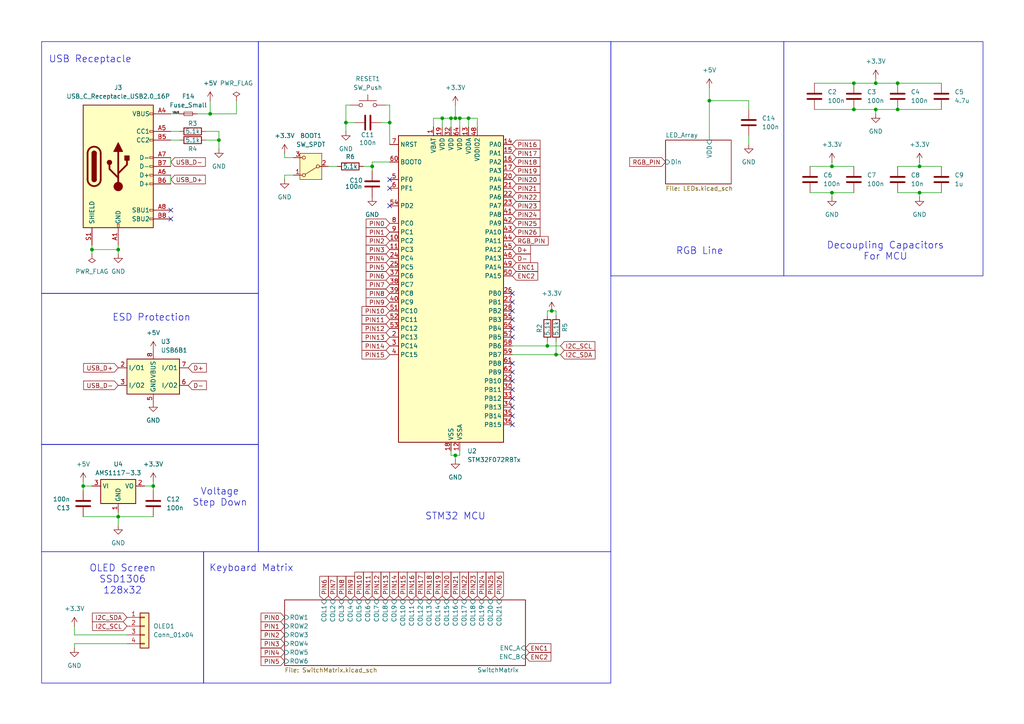
<source format=kicad_sch>
(kicad_sch (version 20231120) (generator "eeschema") (generator_version "8.0")
  (paper "A4")
  (title_block (title "Mechanical Keyboard") (date "2024-12-24") (rev "1.0") (comment 1 "Addressable RGBs, Encoder, Hotswap Sockets, USB-C") (comment 2 "Design of a mechanical keyboard with various key features:"))
  (lib_symbols
    (symbol "Connector:USB_C_Receptacle_USB2.0_16P" (pin_names (offset 1.016))
      (property "Reference" "J" (at 0 22.225 0))
      (property "Value" "USB_C_Receptacle_USB2.0_16P" (at 0 19.685 0))
      (symbol "USB_C_Receptacle_USB2.0_16P_0_0"
        (rectangle (start -0.254 -17.78) (end 0.254 -16.764))
        (rectangle (start 10.16 -14.986) (end 9.144 -15.494))
        (rectangle (start 10.16 -12.446) (end 9.144 -12.954))
        (rectangle (start 10.16 -4.826) (end 9.144 -5.334))
        (rectangle (start 10.16 -2.286) (end 9.144 -2.794))
        (rectangle (start 10.16 0.254) (end 9.144 -0.254))
        (rectangle (start 10.16 2.794) (end 9.144 2.286))
        (rectangle (start 10.16 7.874) (end 9.144 7.366))
        (rectangle (start 10.16 10.414) (end 9.144 9.906))
        (rectangle (start 10.16 15.494) (end 9.144 14.986))
      )
      (symbol "USB_C_Receptacle_USB2.0_16P_0_1"
        (rectangle (start -10.16 17.78) (end 10.16 -17.78) (stroke (width 0.254)) (fill (type background)))
        (arc (start -8.89 -3.81) (mid -6.985 -5.7067) (end -5.08 -3.81) (stroke (width 0.508)))
        (arc (start -7.62 -3.81) (mid -6.985 -4.4423) (end -6.35 -3.81) (stroke (width 0.254)))
        (arc (start -7.62 -3.81) (mid -6.985 -4.4423) (end -6.35 -3.81) (stroke (width 0.254)) (fill (type outline)))
        (rectangle (start -7.62 -3.81) (end -6.35 3.81) (stroke (width 0.254)) (fill (type outline)))
        (arc (start -6.35 3.81) (mid -6.985 4.4423) (end -7.62 3.81) (stroke (width 0.254)))
        (arc (start -6.35 3.81) (mid -6.985 4.4423) (end -7.62 3.81) (stroke (width 0.254)) (fill (type outline)))
        (arc (start -5.08 3.81) (mid -6.985 5.7067) (end -8.89 3.81) (stroke (width 0.508)))
        (circle (center -2.54 1.143) (radius 0.635) (stroke (width 0.254)) (fill (type outline)))
        (circle (center 0 -5.842) (radius 1.27) (fill (type outline)))
        (polyline (pts (xy -8.89 -3.81) (xy -8.89 3.81)) (stroke (width 0.508)))
        (polyline (pts (xy -5.08 3.81) (xy -5.08 -3.81)) (stroke (width 0.508)))
        (polyline (pts (xy 0 -5.842) (xy 0 4.318)) (stroke (width 0.508)))
        (polyline (pts (xy 0 -3.302) (xy -2.54 -0.762) (xy -2.54 0.508)) (stroke (width 0.508)))
        (polyline (pts (xy 0 -2.032) (xy 2.54 0.508) (xy 2.54 1.778)) (stroke (width 0.508)))
        (polyline (pts (xy -1.27 4.318) (xy 0 6.858) (xy 1.27 4.318) (xy -1.27 4.318)) (stroke (width 0.254)) (fill (type outline)))
        (rectangle (start 1.905 1.778) (end 3.175 3.048) (stroke (width 0.254)) (fill (type outline)))
      )
      (symbol "USB_C_Receptacle_USB2.0_16P_1_1"
        (pin passive line (at 0 -22.86 90) (length 5.08) (name "GND") (number "A1"))
        (pin passive line (at 0 -22.86 90) (length 5.08) hide (name "GND") (number "A12"))
        (pin passive line (at 15.24 15.24 180) (length 5.08) (name "VBUS") (number "A4"))
        (pin bidirectional line (at 15.24 10.16 180) (length 5.08) (name "CC1") (number "A5"))
        (pin bidirectional line (at 15.24 -2.54 180) (length 5.08) (name "D+") (number "A6"))
        (pin bidirectional line (at 15.24 2.54 180) (length 5.08) (name "D-") (number "A7"))
        (pin bidirectional line (at 15.24 -12.7 180) (length 5.08) (name "SBU1") (number "A8"))
        (pin passive line (at 15.24 15.24 180) (length 5.08) hide (name "VBUS") (number "A9"))
        (pin passive line (at 0 -22.86 90) (length 5.08) hide (name "GND") (number "B1"))
        (pin passive line (at 0 -22.86 90) (length 5.08) hide (name "GND") (number "B12"))
        (pin passive line (at 15.24 15.24 180) (length 5.08) hide (name "VBUS") (number "B4"))
        (pin bidirectional line (at 15.24 7.62 180) (length 5.08) (name "CC2") (number "B5"))
        (pin bidirectional line (at 15.24 -5.08 180) (length 5.08) (name "D+") (number "B6"))
        (pin bidirectional line (at 15.24 0 180) (length 5.08) (name "D-") (number "B7"))
        (pin bidirectional line (at 15.24 -15.24 180) (length 5.08) (name "SBU2") (number "B8"))
        (pin passive line (at 15.24 15.24 180) (length 5.08) hide (name "VBUS") (number "B9"))
        (pin passive line (at -7.62 -22.86 90) (length 5.08) (name "SHIELD") (number "S1"))
      )
    )
    (symbol "Connector_Generic:Conn_01x04" (pin_names (offset 1.016) hide)
      (property "Reference" "J" (at 0 5.08 0))
      (property "Value" "Conn_01x04" (at 0 -7.62 0))
      (symbol "Conn_01x04_1_1"
        (rectangle (start -1.27 -4.953) (end 0 -5.207) (stroke (width 0.1524)))
        (rectangle (start -1.27 -2.413) (end 0 -2.667) (stroke (width 0.1524)))
        (rectangle (start -1.27 0.127) (end 0 -0.127) (stroke (width 0.1524)))
        (rectangle (start -1.27 2.667) (end 0 2.413) (stroke (width 0.1524)))
        (rectangle (start -1.27 3.81) (end 1.27 -6.35) (stroke (width 0.254)) (fill (type background)))
        (pin passive line (at -5.08 2.54 0) (length 3.81) (name "Pin_1") (number "1"))
        (pin passive line (at -5.08 0 0) (length 3.81) (name "Pin_2") (number "2"))
        (pin passive line (at -5.08 -2.54 0) (length 3.81) (name "Pin_3") (number "3"))
        (pin passive line (at -5.08 -5.08 0) (length 3.81) (name "Pin_4") (number "4"))
      )
    )
    (symbol "Device:C" (pin_numbers hide) (pin_names (offset 0.254))
      (property "Reference" "C" (at 0.635 2.54 0))
      (property "Value" "C" (at 0.635 -2.54 0))
      (symbol "C_0_1"
        (polyline (pts (xy -2.032 -0.762) (xy 2.032 -0.762)) (stroke (width 0.508)))
        (polyline (pts (xy -2.032 0.762) (xy 2.032 0.762)) (stroke (width 0.508)))
      )
      (symbol "C_1_1"
        (pin passive line (at 0 3.81 270) (length 2.794) (name "~") (number "1"))
        (pin passive line (at 0 -3.81 90) (length 2.794) (name "~") (number "2"))
      )
    )
    (symbol "Device:Fuse_Small" (pin_numbers hide) (pin_names (offset 0.254) hide)
      (property "Reference" "F" (at 0 -1.524 0))
      (property "Value" "Fuse_Small" (at 0 1.524 0))
      (symbol "Fuse_Small_0_1"
        (rectangle (start -1.27 0.508) (end 1.27 -0.508))
        (polyline (pts (xy -1.27 0) (xy 1.27 0)))
      )
      (symbol "Fuse_Small_1_1"
        (pin passive line (at -2.54 0 0) (length 1.27) (name "~") (number "1"))
        (pin passive line (at 2.54 0 180) (length 1.27) (name "~") (number "2"))
      )
    )
    (symbol "Device:R" (pin_numbers hide) (pin_names (offset 0))
      (property "Reference" "R" (at 2.032 0 90))
      (property "Value" "R" (at 0 0 90))
      (symbol "R_0_1"
        (rectangle (start -1.016 -2.54) (end 1.016 2.54) (stroke (width 0.254)))
      )
      (symbol "R_1_1"
        (pin passive line (at 0 3.81 270) (length 1.27) (name "~") (number "1"))
        (pin passive line (at 0 -3.81 90) (length 1.27) (name "~") (number "2"))
      )
    )
    (symbol "MCU_ST_STM32F0:STM32F072RBTx"
      (property "Reference" "U" (at -15.24 46.99 0))
      (property "Value" "STM32F072RBTx" (at 10.16 46.99 0))
      (symbol "STM32F072RBTx_0_1"
        (rectangle (start -15.24 -43.18) (end 15.24 45.72) (stroke (width 0.254)) (fill (type background)))
      )
      (symbol "STM32F072RBTx_1_1"
        (pin power_in line (at -5.08 48.26 270) (length 2.54) (name "VBAT") (number "1"))
        (pin bidirectional line (at -17.78 15.24 0) (length 2.54) (name "PC2") (number "10"))
        (pin bidirectional line (at -17.78 12.7 0) (length 2.54) (name "PC3") (number "11"))
        (pin power_in line (at 2.54 -45.72 90) (length 2.54) (name "VSSA") (number "12"))
        (pin power_in line (at 5.08 48.26 270) (length 2.54) (name "VDDA") (number "13"))
        (pin bidirectional line (at 17.78 43.18 180) (length 2.54) (name "PA0") (number "14"))
        (pin bidirectional line (at 17.78 40.64 180) (length 2.54) (name "PA1") (number "15"))
        (pin bidirectional line (at 17.78 38.1 180) (length 2.54) (name "PA2") (number "16"))
        (pin bidirectional line (at 17.78 35.56 180) (length 2.54) (name "PA3") (number "17"))
        (pin power_in line (at 0 -45.72 90) (length 2.54) (name "VSS") (number "18"))
        (pin power_in line (at -2.54 48.26 270) (length 2.54) (name "VDD") (number "19"))
        (pin bidirectional line (at -17.78 -12.7 0) (length 2.54) (name "PC13") (number "2"))
        (pin bidirectional line (at 17.78 33.02 180) (length 2.54) (name "PA4") (number "20"))
        (pin bidirectional line (at 17.78 30.48 180) (length 2.54) (name "PA5") (number "21"))
        (pin bidirectional line (at 17.78 27.94 180) (length 2.54) (name "PA6") (number "22"))
        (pin bidirectional line (at 17.78 25.4 180) (length 2.54) (name "PA7") (number "23"))
        (pin bidirectional line (at -17.78 10.16 0) (length 2.54) (name "PC4") (number "24"))
        (pin bidirectional line (at -17.78 7.62 0) (length 2.54) (name "PC5") (number "25"))
        (pin bidirectional line (at 17.78 0 180) (length 2.54) (name "PB0") (number "26"))
        (pin bidirectional line (at 17.78 -2.54 180) (length 2.54) (name "PB1") (number "27"))
        (pin bidirectional line (at 17.78 -5.08 180) (length 2.54) (name "PB2") (number "28"))
        (pin bidirectional line (at 17.78 -25.4 180) (length 2.54) (name "PB10") (number "29"))
        (pin bidirectional line (at -17.78 -15.24 0) (length 2.54) (name "PC14") (number "3"))
        (pin bidirectional line (at 17.78 -27.94 180) (length 2.54) (name "PB11") (number "30"))
        (pin passive line (at 0 -45.72 90) (length 2.54) hide (name "VSS") (number "31"))
        (pin power_in line (at 0 48.26 270) (length 2.54) (name "VDD") (number "32"))
        (pin bidirectional line (at 17.78 -30.48 180) (length 2.54) (name "PB12") (number "33"))
        (pin bidirectional line (at 17.78 -33.02 180) (length 2.54) (name "PB13") (number "34"))
        (pin bidirectional line (at 17.78 -35.56 180) (length 2.54) (name "PB14") (number "35"))
        (pin bidirectional line (at 17.78 -38.1 180) (length 2.54) (name "PB15") (number "36"))
        (pin bidirectional line (at -17.78 5.08 0) (length 2.54) (name "PC6") (number "37"))
        (pin bidirectional line (at -17.78 2.54 0) (length 2.54) (name "PC7") (number "38"))
        (pin bidirectional line (at -17.78 0 0) (length 2.54) (name "PC8") (number "39"))
        (pin bidirectional line (at -17.78 -17.78 0) (length 2.54) (name "PC15") (number "4"))
        (pin bidirectional line (at -17.78 -2.54 0) (length 2.54) (name "PC9") (number "40"))
        (pin bidirectional line (at 17.78 22.86 180) (length 2.54) (name "PA8") (number "41"))
        (pin bidirectional line (at 17.78 20.32 180) (length 2.54) (name "PA9") (number "42"))
        (pin bidirectional line (at 17.78 17.78 180) (length 2.54) (name "PA10") (number "43"))
        (pin bidirectional line (at 17.78 15.24 180) (length 2.54) (name "PA11") (number "44"))
        (pin bidirectional line (at 17.78 12.7 180) (length 2.54) (name "PA12") (number "45"))
        (pin bidirectional line (at 17.78 10.16 180) (length 2.54) (name "PA13") (number "46"))
        (pin passive line (at 0 -45.72 90) (length 2.54) hide (name "VSS") (number "47"))
        (pin power_in line (at 7.62 48.26 270) (length 2.54) (name "VDDIO2") (number "48"))
        (pin bidirectional line (at 17.78 7.62 180) (length 2.54) (name "PA14") (number "49"))
        (pin bidirectional line (at -17.78 33.02 0) (length 2.54) (name "PF0") (number "5"))
        (pin bidirectional line (at 17.78 5.08 180) (length 2.54) (name "PA15") (number "50"))
        (pin bidirectional line (at -17.78 -5.08 0) (length 2.54) (name "PC10") (number "51"))
        (pin bidirectional line (at -17.78 -7.62 0) (length 2.54) (name "PC11") (number "52"))
        (pin bidirectional line (at -17.78 -10.16 0) (length 2.54) (name "PC12") (number "53"))
        (pin bidirectional line (at -17.78 25.4 0) (length 2.54) (name "PD2") (number "54"))
        (pin bidirectional line (at 17.78 -7.62 180) (length 2.54) (name "PB3") (number "55"))
        (pin bidirectional line (at 17.78 -10.16 180) (length 2.54) (name "PB4") (number "56"))
        (pin bidirectional line (at 17.78 -12.7 180) (length 2.54) (name "PB5") (number "57"))
        (pin bidirectional line (at 17.78 -15.24 180) (length 2.54) (name "PB6") (number "58"))
        (pin bidirectional line (at 17.78 -17.78 180) (length 2.54) (name "PB7") (number "59"))
        (pin bidirectional line (at -17.78 30.48 0) (length 2.54) (name "PF1") (number "6"))
        (pin input line (at -17.78 38.1 0) (length 2.54) (name "BOOT0") (number "60"))
        (pin bidirectional line (at 17.78 -20.32 180) (length 2.54) (name "PB8") (number "61"))
        (pin bidirectional line (at 17.78 -22.86 180) (length 2.54) (name "PB9") (number "62"))
        (pin passive line (at 0 -45.72 90) (length 2.54) hide (name "VSS") (number "63"))
        (pin power_in line (at 2.54 48.26 270) (length 2.54) (name "VDD") (number "64"))
        (pin input line (at -17.78 43.18 0) (length 2.54) (name "NRST") (number "7"))
        (pin bidirectional line (at -17.78 20.32 0) (length 2.54) (name "PC0") (number "8"))
        (pin bidirectional line (at -17.78 17.78 0) (length 2.54) (name "PC1") (number "9"))
      )
    )
    (symbol "Power_Protection:USB6B1"
      (property "Reference" "U" (at 6.35 6.35 0))
      (property "Value" "USB6B1" (at 5.08 -6.35 0))
      (symbol "USB6B1_0_1"
        (rectangle (start -7.62 -5.08) (end 7.62 5.08) (stroke (width 0.254)) (fill (type background)))
      )
      (symbol "USB6B1_1_1"
        (pin passive line (at 0 7.62 270) (length 2.54) hide (name "VBUS") (number "1"))
        (pin passive line (at -10.16 2.54 0) (length 2.54) (name "I/O1") (number "2"))
        (pin passive line (at -10.16 -2.54 0) (length 2.54) (name "I/O2") (number "3"))
        (pin passive line (at 0 -7.62 90) (length 2.54) hide (name "GND") (number "4"))
        (pin passive line (at 0 -7.62 90) (length 2.54) (name "GND") (number "5"))
        (pin passive line (at 10.16 -2.54 180) (length 2.54) (name "I/O2") (number "6"))
        (pin passive line (at 10.16 2.54 180) (length 2.54) (name "I/O1") (number "7"))
        (pin passive line (at 0 7.62 270) (length 2.54) (name "VBUS") (number "8"))
      )
    )
    (symbol "Regulator_Linear:AMS1117-3.3"
      (property "Reference" "U" (at -3.81 3.175 0))
      (property "Value" "AMS1117-3.3" (at 0 3.175 0))
      (symbol "AMS1117-3.3_0_1"
        (rectangle (start -5.08 -5.08) (end 5.08 1.905) (stroke (width 0.254)) (fill (type background)))
      )
      (symbol "AMS1117-3.3_1_1"
        (pin power_in line (at 0 -7.62 90) (length 2.54) (name "GND") (number "1"))
        (pin power_out line (at 7.62 0 180) (length 2.54) (name "VO") (number "2"))
        (pin power_in line (at -7.62 0 0) (length 2.54) (name "VI") (number "3"))
      )
    )
    (symbol "Switch:SW_Push" (pin_numbers hide) (pin_names (offset 1.016) hide)
      (property "Reference" "SW" (at 1.27 2.54 0))
      (property "Value" "SW_Push" (at 0 -1.524 0))
      (symbol "SW_Push_0_1"
        (circle (center -2.032 0) (radius 0.508))
        (polyline (pts (xy 0 1.27) (xy 0 3.048)))
        (polyline (pts (xy 2.54 1.27) (xy -2.54 1.27)))
        (circle (center 2.032 0) (radius 0.508))
        (pin passive line (at -5.08 0 0) (length 2.54) (name "1") (number "1"))
        (pin passive line (at 5.08 0 180) (length 2.54) (name "2") (number "2"))
      )
    )
    (symbol "Switch:SW_SPDT" (pin_names (offset 0) hide)
      (property "Reference" "SW" (at 0 5.08 0))
      (property "Value" "SW_SPDT" (at 0 -5.08 0))
      (symbol "SW_SPDT_0_1"
        (circle (center -2.032 0) (radius 0.4572))
        (polyline (pts (xy -1.651 0.254) (xy 1.651 2.286)))
        (circle (center 2.032 -2.54) (radius 0.4572))
        (circle (center 2.032 2.54) (radius 0.4572))
      )
      (symbol "SW_SPDT_1_1"
        (rectangle (start -3.175 3.81) (end 3.175 -3.81) (fill (type background)))
        (pin passive line (at 5.08 2.54 180) (length 2.54) (name "A") (number "1"))
        (pin passive line (at -5.08 0 0) (length 2.54) (name "B") (number "2"))
        (pin passive line (at 5.08 -2.54 180) (length 2.54) (name "C") (number "3"))
      )
    )
    (symbol "power:+3.3V" (power) (pin_numbers hide) (pin_names (offset 0) hide)
      (property "Value" "+3.3V" (at 0 3.556 0))
      (symbol "+3.3V_0_1"
        (polyline (pts (xy -0.762 1.27) (xy 0 2.54)))
        (polyline (pts (xy 0 0) (xy 0 2.54)))
        (polyline (pts (xy 0 2.54) (xy 0.762 1.27)))
      )
      (symbol "+3.3V_1_1"
        (pin power_in line (at 0 0 90) (length 0) (name "~") (number "1"))
      )
    )
    (symbol "power:+5V" (power) (pin_numbers hide) (pin_names (offset 0) hide)
      (property "Value" "+5V" (at 0 3.556 0))
      (symbol "+5V_0_1"
        (polyline (pts (xy -0.762 1.27) (xy 0 2.54)))
        (polyline (pts (xy 0 0) (xy 0 2.54)))
        (polyline (pts (xy 0 2.54) (xy 0.762 1.27)))
      )
      (symbol "+5V_1_1"
        (pin power_in line (at 0 0 90) (length 0) (name "~") (number "1"))
      )
    )
    (symbol "power:GND" (power) (pin_numbers hide) (pin_names (offset 0) hide)
      (property "Value" "GND" (at 0 -3.81 0))
      (symbol "GND_0_1"
        (polyline (pts (xy 0 0) (xy 0 -1.27) (xy 1.27 -1.27) (xy 0 -2.54) (xy -1.27 -1.27) (xy 0 -1.27)))
      )
      (symbol "GND_1_1"
        (pin power_in line (at 0 0 270) (length 0) (name "~") (number "1"))
      )
    )
    (symbol "power:PWR_FLAG" (power) (pin_numbers hide) (pin_names (offset 0) hide)
      (property "Value" "PWR_FLAG" (at 0 3.81 0))
      (symbol "PWR_FLAG_0_0"
        (pin power_out line (at 0 0 90) (length 0) (name "~") (number "1"))
      )
      (symbol "PWR_FLAG_0_1"
        (polyline (pts (xy 0 0) (xy 0 1.27) (xy -1.016 1.905) (xy 0 2.54) (xy 1.016 1.905) (xy 0 1.27)))
      )
    )
  )
  (junction (at 247.65 31.75))
  (junction (at 24.13 140.97))
  (junction (at 128.27 34.29))
  (junction (at 260.35 31.75))
  (junction (at 132.08 34.29))
  (junction (at 107.95 48.26))
  (junction (at 205.74 29.21))
  (junction (at 161.29 102.87))
  (junction (at 254 31.75))
  (junction (at 254 24.13))
  (junction (at 63.5 40.64))
  (junction (at 26.67 72.39))
  (junction (at 247.65 24.13))
  (junction (at 158.75 100.33))
  (junction (at 135.89 34.29))
  (junction (at 100.33 35.56))
  (junction (at 241.3 48.26))
  (junction (at 260.35 24.13))
  (junction (at 160.02 90.17))
  (junction (at 133.35 34.29))
  (junction (at 266.7 48.26))
  (junction (at 266.7 55.88))
  (junction (at 130.81 34.29))
  (junction (at 132.08 132.08))
  (junction (at 241.3 55.88))
  (junction (at 34.29 72.39))
  (junction (at 34.29 149.86))
  (junction (at 113.03 35.56))
  (junction (at 60.96 33.02))
  (junction (at 44.45 140.97))
  (no_connect (at 148.59 92.71))
  (no_connect (at 113.03 59.69))
  (no_connect (at 148.59 85.09))
  (no_connect (at 148.59 97.79))
  (no_connect (at 113.03 54.61))
  (no_connect (at 49.53 60.96))
  (no_connect (at 148.59 115.57))
  (no_connect (at 148.59 110.49))
  (no_connect (at 148.59 90.17))
  (no_connect (at 148.59 105.41))
  (no_connect (at 148.59 113.03))
  (no_connect (at 148.59 107.95))
  (no_connect (at 148.59 118.11))
  (no_connect (at 148.59 123.19))
  (no_connect (at 148.59 87.63))
  (no_connect (at 148.59 120.65))
  (no_connect (at 148.59 95.25))
  (no_connect (at 49.53 63.5))
  (no_connect (at 113.03 52.07))
  (wire (pts (xy 247.65 31.75) (xy 254 31.75)))
  (wire (pts (xy 34.29 149.86) (xy 44.45 149.86)))
  (wire (pts (xy 68.58 29.21) (xy 68.58 33.02)))
  (wire (pts (xy 113.03 30.48) (xy 111.76 30.48)))
  (wire (pts (xy 24.13 149.86) (xy 34.29 149.86)))
  (wire (pts (xy 266.7 48.26) (xy 273.05 48.26)))
  (wire (pts (xy 44.45 140.97) (xy 41.91 140.97)))
  (wire (pts (xy 125.73 36.83) (xy 125.73 34.29)))
  (wire (pts (xy 36.83 184.15) (xy 21.59 184.15)))
  (wire (pts (xy 132.08 132.08) (xy 132.08 133.35)))
  (wire (pts (xy 234.95 55.88) (xy 241.3 55.88)))
  (wire (pts (xy 148.59 102.87) (xy 161.29 102.87)))
  (wire (pts (xy 138.43 34.29) (xy 135.89 34.29)))
  (wire (pts (xy 95.25 48.26) (xy 97.79 48.26)))
  (wire (pts (xy 254 24.13) (xy 260.35 24.13)))
  (wire (pts (xy 125.73 34.29) (xy 128.27 34.29)))
  (wire (pts (xy 161.29 102.87) (xy 162.56 102.87)))
  (wire (pts (xy 34.29 72.39) (xy 34.29 73.66)))
  (wire (pts (xy 266.7 55.88) (xy 266.7 57.15)))
  (wire (pts (xy 49.53 45.72) (xy 49.53 48.26)))
  (wire (pts (xy 113.03 30.48) (xy 113.03 35.56)))
  (wire (pts (xy 205.74 29.21) (xy 205.74 40.64)))
  (wire (pts (xy 113.03 41.91) (xy 113.03 35.56)))
  (wire (pts (xy 60.96 33.02) (xy 60.96 29.21)))
  (wire (pts (xy 161.29 99.06) (xy 161.29 102.87)))
  (wire (pts (xy 100.33 35.56) (xy 102.87 35.56)))
  (wire (pts (xy 260.35 48.26) (xy 266.7 48.26)))
  (wire (pts (xy 36.83 186.69) (xy 21.59 186.69)))
  (wire (pts (xy 135.89 34.29) (xy 133.35 34.29)))
  (wire (pts (xy 24.13 140.97) (xy 24.13 142.24)))
  (wire (pts (xy 49.53 40.64) (xy 52.07 40.64)))
  (wire (pts (xy 241.3 55.88) (xy 247.65 55.88)))
  (wire (pts (xy 158.75 100.33) (xy 162.56 100.33)))
  (wire (pts (xy 34.29 149.86) (xy 34.29 148.59)))
  (wire (pts (xy 49.53 38.1) (xy 52.07 38.1)))
  (wire (pts (xy 107.95 48.26) (xy 107.95 46.99)))
  (wire (pts (xy 130.81 34.29) (xy 130.81 36.83)))
  (wire (pts (xy 138.43 36.83) (xy 138.43 34.29)))
  (wire (pts (xy 234.95 48.26) (xy 241.3 48.26)))
  (wire (pts (xy 241.3 46.99) (xy 241.3 48.26)))
  (wire (pts (xy 26.67 72.39) (xy 26.67 73.66)))
  (wire (pts (xy 44.45 142.24) (xy 44.45 140.97)))
  (wire (pts (xy 217.17 29.21) (xy 205.74 29.21)))
  (wire (pts (xy 128.27 34.29) (xy 130.81 34.29)))
  (wire (pts (xy 135.89 34.29) (xy 135.89 36.83)))
  (wire (pts (xy 217.17 39.37) (xy 217.17 41.91)))
  (wire (pts (xy 128.27 36.83) (xy 128.27 34.29)))
  (wire (pts (xy 241.3 55.88) (xy 241.3 57.15)))
  (wire (pts (xy 132.08 132.08) (xy 130.81 132.08)))
  (wire (pts (xy 254 31.75) (xy 260.35 31.75)))
  (wire (pts (xy 44.45 139.7) (xy 44.45 140.97)))
  (wire (pts (xy 82.55 50.8) (xy 82.55 52.07)))
  (wire (pts (xy 254 22.86) (xy 254 24.13)))
  (wire (pts (xy 266.7 55.88) (xy 273.05 55.88)))
  (wire (pts (xy 24.13 140.97) (xy 26.67 140.97)))
  (wire (pts (xy 21.59 181.61) (xy 21.59 184.15)))
  (wire (pts (xy 82.55 45.72) (xy 82.55 44.45)))
  (wire (pts (xy 82.55 45.72) (xy 85.09 45.72)))
  (wire (pts (xy 161.29 90.17) (xy 161.29 91.44)))
  (wire (pts (xy 260.35 55.88) (xy 266.7 55.88)))
  (wire (pts (xy 132.08 30.48) (xy 132.08 34.29)))
  (wire (pts (xy 260.35 24.13) (xy 273.05 24.13)))
  (wire (pts (xy 217.17 31.75) (xy 217.17 29.21)))
  (wire (pts (xy 68.58 33.02) (xy 60.96 33.02)))
  (wire (pts (xy 100.33 30.48) (xy 101.6 30.48)))
  (wire (pts (xy 236.22 24.13) (xy 247.65 24.13)))
  (wire (pts (xy 49.53 50.8) (xy 49.53 53.34)))
  (wire (pts (xy 113.03 35.56) (xy 110.49 35.56)))
  (wire (pts (xy 133.35 130.81) (xy 133.35 132.08)))
  (wire (pts (xy 59.69 38.1) (xy 63.5 38.1)))
  (wire (pts (xy 247.65 24.13) (xy 254 24.13)))
  (wire (pts (xy 236.22 31.75) (xy 247.65 31.75)))
  (wire (pts (xy 130.81 34.29) (xy 132.08 34.29)))
  (wire (pts (xy 26.67 72.39) (xy 34.29 72.39)))
  (wire (pts (xy 241.3 48.26) (xy 247.65 48.26)))
  (wire (pts (xy 26.67 72.39) (xy 26.67 71.12)))
  (wire (pts (xy 254 31.75) (xy 254 33.02)))
  (wire (pts (xy 100.33 38.1) (xy 100.33 35.56)))
  (wire (pts (xy 205.74 25.4) (xy 205.74 29.21)))
  (wire (pts (xy 266.7 46.99) (xy 266.7 48.26)))
  (wire (pts (xy 21.59 186.69) (xy 21.59 187.96)))
  (wire (pts (xy 24.13 139.7) (xy 24.13 140.97)))
  (wire (pts (xy 63.5 40.64) (xy 63.5 43.18)))
  (wire (pts (xy 100.33 35.56) (xy 100.33 30.48)))
  (wire (pts (xy 130.81 130.81) (xy 130.81 132.08)))
  (wire (pts (xy 133.35 132.08) (xy 132.08 132.08)))
  (wire (pts (xy 160.02 90.17) (xy 161.29 90.17)))
  (wire (pts (xy 132.08 34.29) (xy 133.35 34.29)))
  (wire (pts (xy 158.75 90.17) (xy 160.02 90.17)))
  (wire (pts (xy 148.59 100.33) (xy 158.75 100.33)))
  (wire (pts (xy 158.75 99.06) (xy 158.75 100.33)))
  (wire (pts (xy 260.35 31.75) (xy 273.05 31.75)))
  (wire (pts (xy 59.69 40.64) (xy 63.5 40.64)))
  (wire (pts (xy 85.09 50.8) (xy 82.55 50.8)))
  (wire (pts (xy 105.41 48.26) (xy 107.95 48.26)))
  (wire (pts (xy 34.29 152.4) (xy 34.29 149.86)))
  (wire (pts (xy 57.15 33.02) (xy 60.96 33.02)))
  (wire (pts (xy 158.75 90.17) (xy 158.75 91.44)))
  (wire (pts (xy 107.95 46.99) (xy 113.03 46.99)))
  (wire (pts (xy 49.53 33.02) (xy 52.07 33.02)))
  (wire (pts (xy 34.29 71.12) (xy 34.29 72.39)))
  (wire (pts (xy 63.5 38.1) (xy 63.5 40.64)))
  (wire (pts (xy 107.95 49.53) (xy 107.95 48.26)))
  (wire (pts (xy 133.35 34.29) (xy 133.35 36.83)))
  (rectangle (start 74.93 12.065) (end 177.165 160.02))
  (rectangle (start 12.065 128.905) (end 74.93 160.02))
  (rectangle (start 12.065 160.02) (end 59.055 198.12))
  (rectangle (start 12.065 12.065) (end 74.93 85.09))
  (rectangle (start 12.065 85.09) (end 74.93 128.905))
  (rectangle (start 59.055 160.02) (end 177.165 198.12))
  (rectangle (start 227.33 12.065) (end 285.115 80.01))
  (rectangle (start 177.165 12.065) (end 227.33 80.01))
  (text "OLED Screen\nSSD1306\n128x32" (at 35.56 168.148 0) (effects (font (size 2 2))))
  (text "Keyboard Matrix" (at 72.898 164.846 0) (effects (font (size 2 2))))
  (text "ESD Protection" (at 43.942 92.202 0) (effects (font (size 2 2))))
  (text "Voltage\nStep Down" (at 63.754 144.272 0) (effects (font (size 2 2))))
  (text "USB Receptacle" (at 26.162 17.272 0) (effects (font (size 2 2))))
  (text "RGB Line" (at 202.946 72.898 0) (effects (font (size 2 2))))
  (text "STM32 MCU" (at 132.08 149.86 0) (effects (font (size 2 2))))
  (text "Decoupling Capacitors\nFor MCU" (at 256.794 72.898 0) (effects (font (size 2 2))))
  (label "VBUS" (at 52.07 33.02 180) (effects (font (size 0.5 0.5))))
  (global_label "PIN11" (shape input) (at 113.03 92.71 180) (property "Intersheetrefs" "${INTERSHEET_REFS}" (effects (hide yes))))
  (global_label "PIN8" (shape input) (at 99.06 173.99 90) (property "Intersheetrefs" "${INTERSHEET_REFS}" (effects (hide yes))))
  (global_label "PIN16" (shape input) (at 119.38 173.99 90) (property "Intersheetrefs" "${INTERSHEET_REFS}" (effects (hide yes))))
  (global_label "PIN3" (shape input) (at 82.55 186.69 180) (property "Intersheetrefs" "${INTERSHEET_REFS}" (effects (hide yes))))
  (global_label "PIN4" (shape input) (at 82.55 189.23 180) (property "Intersheetrefs" "${INTERSHEET_REFS}" (effects (hide yes))))
  (global_label "PIN12" (shape input) (at 113.03 95.25 180) (property "Intersheetrefs" "${INTERSHEET_REFS}" (effects (hide yes))))
  (global_label "ENC1" (shape input) (at 152.4 187.96 0) (property "Intersheetrefs" "${INTERSHEET_REFS}" (effects (hide yes))))
  (global_label "PIN19" (shape input) (at 127 173.99 90) (property "Intersheetrefs" "${INTERSHEET_REFS}" (effects (hide yes))))
  (global_label "PIN18" (shape input) (at 124.46 173.99 90) (property "Intersheetrefs" "${INTERSHEET_REFS}" (effects (hide yes))))
  (global_label "PIN17" (shape input) (at 121.92 173.99 90) (property "Intersheetrefs" "${INTERSHEET_REFS}" (effects (hide yes))))
  (global_label "PIN21" (shape input) (at 132.08 173.99 90) (property "Intersheetrefs" "${INTERSHEET_REFS}" (effects (hide yes))))
  (global_label "PIN18" (shape input) (at 148.59 46.99 0) (property "Intersheetrefs" "${INTERSHEET_REFS}" (effects (hide yes))))
  (global_label "RGB_PIN" (shape input) (at 148.59 69.85 0) (property "Intersheetrefs" "${INTERSHEET_REFS}" (effects (hide yes))))
  (global_label "PIN5" (shape input) (at 82.55 191.77 180) (property "Intersheetrefs" "${INTERSHEET_REFS}" (effects (hide yes))))
  (global_label "PIN2" (shape input) (at 113.03 69.85 180) (property "Intersheetrefs" "${INTERSHEET_REFS}" (effects (hide yes))))
  (global_label "PIN8" (shape input) (at 113.03 85.09 180) (property "Intersheetrefs" "${INTERSHEET_REFS}" (effects (hide yes))))
  (global_label "PIN15" (shape input) (at 116.84 173.99 90) (property "Intersheetrefs" "${INTERSHEET_REFS}" (effects (hide yes))))
  (global_label "I2C_SCL" (shape input) (at 162.56 100.33 0) (property "Intersheetrefs" "${INTERSHEET_REFS}" (effects (hide yes))))
  (global_label "PIN24" (shape input) (at 139.7 173.99 90) (property "Intersheetrefs" "${INTERSHEET_REFS}" (effects (hide yes))))
  (global_label "PIN0" (shape input) (at 113.03 64.77 180) (property "Intersheetrefs" "${INTERSHEET_REFS}" (effects (hide yes))))
  (global_label "PIN23" (shape input) (at 148.59 59.69 0) (property "Intersheetrefs" "${INTERSHEET_REFS}" (effects (hide yes))))
  (global_label "PIN12" (shape input) (at 109.22 173.99 90) (property "Intersheetrefs" "${INTERSHEET_REFS}" (effects (hide yes))))
  (global_label "ENC1" (shape input) (at 148.59 77.47 0) (property "Intersheetrefs" "${INTERSHEET_REFS}" (effects (hide yes))))
  (global_label "PIN9" (shape input) (at 113.03 87.63 180) (property "Intersheetrefs" "${INTERSHEET_REFS}" (effects (hide yes))))
  (global_label "PIN1" (shape input) (at 113.03 67.31 180) (property "Intersheetrefs" "${INTERSHEET_REFS}" (effects (hide yes))))
  (global_label "PIN9" (shape input) (at 101.6 173.99 90) (property "Intersheetrefs" "${INTERSHEET_REFS}" (effects (hide yes))))
  (global_label "ENC2" (shape input) (at 152.4 190.5 0) (property "Intersheetrefs" "${INTERSHEET_REFS}" (effects (hide yes))))
  (global_label "PIN17" (shape input) (at 148.59 44.45 0) (property "Intersheetrefs" "${INTERSHEET_REFS}" (effects (hide yes))))
  (global_label "PIN10" (shape input) (at 104.14 173.99 90) (property "Intersheetrefs" "${INTERSHEET_REFS}" (effects (hide yes))))
  (global_label "PIN25" (shape input) (at 142.24 173.99 90) (property "Intersheetrefs" "${INTERSHEET_REFS}" (effects (hide yes))))
  (global_label "PIN15" (shape input) (at 113.03 102.87 180) (property "Intersheetrefs" "${INTERSHEET_REFS}" (effects (hide yes))))
  (global_label "PIN5" (shape input) (at 113.03 77.47 180) (property "Intersheetrefs" "${INTERSHEET_REFS}" (effects (hide yes))))
  (global_label "I2C_SCL" (shape input) (at 36.83 181.61 180) (property "Intersheetrefs" "${INTERSHEET_REFS}" (effects (hide yes))))
  (global_label "PIN14" (shape input) (at 113.03 100.33 180) (property "Intersheetrefs" "${INTERSHEET_REFS}" (effects (hide yes))))
  (global_label "PIN22" (shape input) (at 134.62 173.99 90) (property "Intersheetrefs" "${INTERSHEET_REFS}" (effects (hide yes))))
  (global_label "D+" (shape input) (at 54.61 106.68 0) (property "Intersheetrefs" "${INTERSHEET_REFS}" (effects (hide yes))))
  (global_label "PIN0" (shape input) (at 82.55 179.07 180) (property "Intersheetrefs" "${INTERSHEET_REFS}" (effects (hide yes))))
  (global_label "D-" (shape input) (at 54.61 111.76 0) (property "Intersheetrefs" "${INTERSHEET_REFS}" (effects (hide yes))))
  (global_label "USB_D-" (shape input) (at 49.53 46.99 0) (property "Intersheetrefs" "${INTERSHEET_REFS}" (effects (hide yes))))
  (global_label "D-" (shape input) (at 148.59 74.93 0) (property "Intersheetrefs" "${INTERSHEET_REFS}" (effects (hide yes))))
  (global_label "PIN22" (shape input) (at 148.59 57.15 0) (property "Intersheetrefs" "${INTERSHEET_REFS}" (effects (hide yes))))
  (global_label "PIN6" (shape input) (at 93.98 173.99 90) (property "Intersheetrefs" "${INTERSHEET_REFS}" (effects (hide yes))))
  (global_label "PIN13" (shape input) (at 111.76 173.99 90) (property "Intersheetrefs" "${INTERSHEET_REFS}" (effects (hide yes))))
  (global_label "USB_D+" (shape input) (at 49.53 52.07 0) (property "Intersheetrefs" "${INTERSHEET_REFS}" (effects (hide yes))))
  (global_label "PIN7" (shape input) (at 113.03 82.55 180) (property "Intersheetrefs" "${INTERSHEET_REFS}" (effects (hide yes))))
  (global_label "I2C_SDA" (shape input) (at 36.83 179.07 180) (property "Intersheetrefs" "${INTERSHEET_REFS}" (effects (hide yes))))
  (global_label "PIN16" (shape input) (at 148.59 41.91 0) (property "Intersheetrefs" "${INTERSHEET_REFS}" (effects (hide yes))))
  (global_label "PIN24" (shape input) (at 148.59 62.23 0) (property "Intersheetrefs" "${INTERSHEET_REFS}" (effects (hide yes))))
  (global_label "PIN26" (shape input) (at 148.59 67.31 0) (property "Intersheetrefs" "${INTERSHEET_REFS}" (effects (hide yes))))
  (global_label "PIN7" (shape input) (at 96.52 173.99 90) (property "Intersheetrefs" "${INTERSHEET_REFS}" (effects (hide yes))))
  (global_label "PIN21" (shape input) (at 148.59 54.61 0) (property "Intersheetrefs" "${INTERSHEET_REFS}" (effects (hide yes))))
  (global_label "PIN14" (shape input) (at 114.3 173.99 90) (property "Intersheetrefs" "${INTERSHEET_REFS}" (effects (hide yes))))
  (global_label "PIN10" (shape input) (at 113.03 90.17 180) (property "Intersheetrefs" "${INTERSHEET_REFS}" (effects (hide yes))))
  (global_label "PIN6" (shape input) (at 113.03 80.01 180) (property "Intersheetrefs" "${INTERSHEET_REFS}" (effects (hide yes))))
  (global_label "D+" (shape input) (at 148.59 72.39 0) (property "Intersheetrefs" "${INTERSHEET_REFS}" (effects (hide yes))))
  (global_label "PIN1" (shape input) (at 82.55 181.61 180) (property "Intersheetrefs" "${INTERSHEET_REFS}" (effects (hide yes))))
  (global_label "PIN19" (shape input) (at 148.59 49.53 0) (property "Intersheetrefs" "${INTERSHEET_REFS}" (effects (hide yes))))
  (global_label "USB_D+" (shape input) (at 34.29 106.68 180) (property "Intersheetrefs" "${INTERSHEET_REFS}" (effects (hide yes))))
  (global_label "PIN25" (shape input) (at 148.59 64.77 0) (property "Intersheetrefs" "${INTERSHEET_REFS}" (effects (hide yes))))
  (global_label "PIN2" (shape input) (at 82.55 184.15 180) (property "Intersheetrefs" "${INTERSHEET_REFS}" (effects (hide yes))))
  (global_label "PIN20" (shape input) (at 129.54 173.99 90) (property "Intersheetrefs" "${INTERSHEET_REFS}" (effects (hide yes))))
  (global_label "PIN3" (shape input) (at 113.03 72.39 180) (property "Intersheetrefs" "${INTERSHEET_REFS}" (effects (hide yes))))
  (global_label "PIN11" (shape input) (at 106.68 173.99 90) (property "Intersheetrefs" "${INTERSHEET_REFS}" (effects (hide yes))))
  (global_label "PIN26" (shape input) (at 144.78 173.99 90) (property "Intersheetrefs" "${INTERSHEET_REFS}" (effects (hide yes))))
  (global_label "PIN20" (shape input) (at 148.59 52.07 0) (property "Intersheetrefs" "${INTERSHEET_REFS}" (effects (hide yes))))
  (global_label "PIN23" (shape input) (at 137.16 173.99 90) (property "Intersheetrefs" "${INTERSHEET_REFS}" (effects (hide yes))))
  (global_label "PIN13" (shape input) (at 113.03 97.79 180) (property "Intersheetrefs" "${INTERSHEET_REFS}" (effects (hide yes))))
  (global_label "ENC2" (shape input) (at 148.59 80.01 0) (property "Intersheetrefs" "${INTERSHEET_REFS}" (effects (hide yes))))
  (global_label "PIN4" (shape input) (at 113.03 74.93 180) (property "Intersheetrefs" "${INTERSHEET_REFS}" (effects (hide yes))))
  (global_label "I2C_SDA" (shape input) (at 162.56 102.87 0) (property "Intersheetrefs" "${INTERSHEET_REFS}" (effects (hide yes))))
  (global_label "USB_D-" (shape input) (at 34.29 111.76 180) (property "Intersheetrefs" "${INTERSHEET_REFS}" (effects (hide yes))))
  (global_label "RGB_PIN" (shape input) (at 193.04 46.99 180) (property "Intersheetrefs" "${INTERSHEET_REFS}" (effects (hide yes))))
  (symbol (lib_id "power:GND") (at 82.55 52.07 0) (unit 1)
    (property "Reference" "#PWR022" (effects (hide yes)))
    (property "Value" "GND" (at 82.55 57.15 0))
    (property "Description" "Power symbol creates a global label with name \"GND\" , ground" (effects (hide yes)))
  )
  (symbol (lib_id "Device:C") (at 236.22 27.94 0) (unit 1)
    (property "Reference" "C2" (at 240.03 26.6699 0) (effects (justify left)))
    (property "Value" "100n" (at 240.03 29.2099 0) (effects (justify left)))
    (property "Description" "Unpolarized capacitor" (effects (hide yes)))
  )
  (symbol (lib_id "Device:R") (at 101.6 48.26 270) (unit 1)
    (property "Reference" "R6" (at 101.6 45.466 90))
    (property "Value" "5.1k" (at 101.6 48.26 90))
    (property "Description" "Resistor" (effects (hide yes)))
  )
  (symbol (lib_id "Device:C") (at 260.35 27.94 0) (unit 1)
    (property "Reference" "C4" (at 264.16 26.6699 0) (effects (justify left)))
    (property "Value" "100n" (at 264.16 29.2099 0) (effects (justify left)))
    (property "Description" "Unpolarized capacitor" (effects (hide yes)))
  )
  (symbol (lib_id "power:GND") (at 217.17 41.91 0) (unit 1)
    (property "Reference" "#PWR0129" (effects (hide yes)))
    (property "Value" "GND" (at 217.17 46.99 0))
    (property "Description" "Power symbol creates a global label with name \"GND\" , ground" (effects (hide yes)))
  )
  (symbol (lib_id "Connector_Generic:Conn_01x04") (at 41.91 181.61 0) (unit 1)
    (property "Reference" "OLED1" (at 44.45 181.6099 0) (effects (justify left)))
    (property "Value" "Conn_01x04" (at 44.45 184.1499 0) (effects (justify left)))
    (property "Description" "Generic connector, single row, 01x04, script generated (kicad-library-utils/schlib/autogen/connector/)" (effects (hide yes)))
  )
  (symbol (lib_id "Device:C") (at 273.05 27.94 0) (unit 1)
    (property "Reference" "C5" (at 276.86 26.6699 0) (effects (justify left)))
    (property "Value" "4.7u" (at 276.86 29.2099 0) (effects (justify left)))
    (property "Description" "Unpolarized capacitor" (effects (hide yes)))
  )
  (symbol (lib_id "Device:R") (at 161.29 95.25 180) (unit 1)
    (property "Reference" "R5" (at 163.83 94.996 90))
    (property "Value" "5.1k" (at 161.29 95.25 90))
    (property "Description" "Resistor" (effects (hide yes)))
  )
  (symbol (lib_id "power:GND") (at 266.7 57.15 0) (unit 1)
    (property "Reference" "#PWR019" (effects (hide yes)))
    (property "Value" "GND" (at 266.7 62.23 0))
    (property "Description" "Power symbol creates a global label with name \"GND\" , ground" (effects (hide yes)))
  )
  (symbol (lib_id "Device:Fuse_Small") (at 54.61 33.02 0) (unit 1)
    (property "Reference" "F14" (at 54.61 27.94 0))
    (property "Value" "Fuse_Small" (at 54.61 30.48 0))
    (property "Description" "Fuse, small symbol" (effects (hide yes)))
  )
  (symbol (lib_id "Device:C") (at 260.35 52.07 0) (unit 1)
    (property "Reference" "C8" (at 264.16 50.7999 0) (effects (justify left)))
    (property "Value" "10n" (at 264.16 53.3399 0) (effects (justify left)))
    (property "Description" "Unpolarized capacitor" (effects (hide yes)))
  )
  (symbol (lib_id "power:GND") (at 254 33.02 0) (unit 1)
    (property "Reference" "#PWR015" (effects (hide yes)))
    (property "Value" "GND" (at 254 38.1 0))
    (property "Description" "Power symbol creates a global label with name \"GND\" , ground" (effects (hide yes)))
  )
  (symbol (lib_id "power:GND") (at 107.95 57.15 0) (unit 1)
    (property "Reference" "#PWR023" (effects (hide yes)))
    (property "Value" "GND" (at 107.95 62.23 0))
    (property "Description" "Power symbol creates a global label with name \"GND\" , ground" (effects (hide yes)))
  )
  (symbol (lib_id "Device:C") (at 24.13 146.05 180) (unit 1)
    (property "Reference" "C13" (at 20.32 147.3201 0) (effects (justify left)))
    (property "Value" "100n" (at 20.32 144.7801 0) (effects (justify left)))
    (property "Description" "Unpolarized capacitor" (effects (hide yes)))
  )
  (symbol (lib_id "power:+3.3V") (at 21.59 181.61 0) (unit 1)
    (property "Reference" "#PWR010" (effects (hide yes)))
    (property "Value" "+3.3V" (at 21.59 176.53 0))
    (property "Description" "Power symbol creates a global label with name \"+3.3V\"" (effects (hide yes)))
  )
  (symbol (lib_id "Device:R") (at 55.88 38.1 90) (unit 1)
    (property "Reference" "R3" (at 55.88 35.814 90))
    (property "Value" "5.1k" (at 55.88 38.1 90))
    (property "Description" "Resistor" (effects (hide yes)))
  )
  (symbol (lib_id "Device:C") (at 106.68 35.56 270) (unit 1)
    (property "Reference" "C11" (at 104.648 39.116 90) (effects (justify left)))
    (property "Value" "100n" (at 104.14 41.402 90) (effects (justify left)))
    (property "Description" "Unpolarized capacitor" (effects (hide yes)))
  )
  (symbol (lib_id "power:+5V") (at 44.45 101.6 0) (unit 1)
    (property "Reference" "#PWR05" (effects (hide yes)))
    (property "Value" "+5V" (at 44.45 96.52 0))
    (property "Description" "Power symbol creates a global label with name \"+5V\"" (effects (hide yes)))
  )
  (symbol (lib_id "Switch:SW_Push") (at 106.68 30.48 0) (unit 1)
    (property "Reference" "RESET1" (at 106.68 22.86 0))
    (property "Value" "SW_Push" (at 106.68 25.4 0))
    (property "Description" "Push button switch, generic, two pins" (effects (hide yes)))
  )
  (symbol (lib_id "MCU_ST_STM32F0:STM32F072RBTx") (at 130.81 85.09 0) (unit 1)
    (property "Reference" "U2" (at 135.5441 130.81 0) (effects (justify left)))
    (property "Value" "STM32F072RBTx" (at 135.5441 133.35 0) (effects (justify left)))
    (property "Footprint" "Package_QFP:LQFP-64_10x10mm_P0.5mm" (effects (hide yes)))
    (property "Datasheet" "https://www.st.com/resource/en/datasheet/stm32f072rb.pdf" (effects (hide yes)))
    (property "Description" "STMicroelectronics Arm Cortex-M0 MCU, 128KB flash, 16KB RAM, 48 MHz, 2.0-3.6V, 51 GPIO, LQFP64" (effects (hide yes)))
  )
  (symbol (lib_id "power:+5V") (at 60.96 29.21 0) (unit 1)
    (property "Reference" "#PWR02" (effects (hide yes)))
    (property "Value" "+5V" (at 60.96 24.13 0))
    (property "Description" "Power symbol creates a global label with name \"+5V\"" (effects (hide yes)))
  )
  (symbol (lib_id "Device:R") (at 158.75 95.25 180) (unit 1)
    (property "Reference" "R2" (at 156.464 95.25 90))
    (property "Value" "5.1k" (at 158.75 95.25 90))
    (property "Description" "Resistor" (effects (hide yes)))
  )
  (symbol (lib_id "power:GND") (at 241.3 57.15 0) (unit 1)
    (property "Reference" "#PWR017" (effects (hide yes)))
    (property "Value" "GND" (at 241.3 62.23 0))
    (property "Description" "Power symbol creates a global label with name \"GND\" , ground" (effects (hide yes)))
  )
  (symbol (lib_id "power:PWR_FLAG") (at 26.67 73.66 180) (unit 1)
    (property "Reference" "#FLG02" (effects (hide yes)))
    (property "Value" "PWR_FLAG" (at 26.67 78.74 0))
    (property "Description" "Special symbol for telling ERC where power comes from" (effects (hide yes)))
  )
  (symbol (lib_id "power:GND") (at 44.45 116.84 0) (unit 1)
    (property "Reference" "#PWR06" (effects (hide yes)))
    (property "Value" "GND" (at 44.45 121.92 0))
    (property "Description" "Power symbol creates a global label with name \"GND\" , ground" (effects (hide yes)))
  )
  (symbol (lib_id "Device:C") (at 273.05 52.07 0) (unit 1)
    (property "Reference" "C9" (at 276.86 50.7999 0) (effects (justify left)))
    (property "Value" "1u" (at 276.86 53.3399 0) (effects (justify left)))
    (property "Description" "Unpolarized capacitor" (effects (hide yes)))
  )
  (symbol (lib_id "power:+3.3V") (at 160.02 90.17 0) (unit 1)
    (property "Reference" "#PWR021" (effects (hide yes)))
    (property "Value" "+3.3V" (at 160.02 85.09 0))
    (property "Description" "Power symbol creates a global label with name \"+3.3V\"" (effects (hide yes)))
  )
  (symbol (lib_id "Device:R") (at 55.88 40.64 90) (unit 1)
    (property "Reference" "R4" (at 55.88 43.18 90))
    (property "Value" "5.1k" (at 55.88 40.64 90))
    (property "Description" "Resistor" (effects (hide yes)))
  )
  (symbol (lib_id "power:+3.3V") (at 266.7 46.99 0) (unit 1)
    (property "Reference" "#PWR018" (effects (hide yes)))
    (property "Value" "+3.3V" (at 266.7 41.91 0))
    (property "Description" "Power symbol creates a global label with name \"+3.3V\"" (effects (hide yes)))
  )
  (symbol (lib_id "power:GND") (at 100.33 38.1 0) (unit 1)
    (property "Reference" "#PWR024" (effects (hide yes)))
    (property "Value" "GND" (at 100.33 43.18 0))
    (property "Description" "Power symbol creates a global label with name \"GND\" , ground" (effects (hide yes)))
  )
  (symbol (lib_id "power:GND") (at 63.5 43.18 0) (unit 1)
    (property "Reference" "#PWR04" (effects (hide yes)))
    (property "Value" "GND" (at 63.5 48.26 0))
    (property "Description" "Power symbol creates a global label with name \"GND\" , ground" (effects (hide yes)))
  )
  (symbol (lib_id "Device:C") (at 217.17 35.56 0) (unit 1)
    (property "Reference" "C14" (at 220.98 34.2899 0) (effects (justify left)))
    (property "Value" "100n" (at 220.98 36.8299 0) (effects (justify left)))
    (property "Description" "Unpolarized capacitor" (effects (hide yes)))
  )
  (symbol (lib_id "Device:C") (at 247.65 52.07 0) (unit 1)
    (property "Reference" "C7" (at 251.46 50.7999 0) (effects (justify left)))
    (property "Value" "100n" (at 251.46 53.3399 0) (effects (justify left)))
    (property "Description" "Unpolarized capacitor" (effects (hide yes)))
  )
  (symbol (lib_id "Device:C") (at 234.95 52.07 0) (unit 1)
    (property "Reference" "C6" (at 238.76 50.7999 0) (effects (justify left)))
    (property "Value" "100n" (at 238.76 53.3399 0) (effects (justify left)))
    (property "Description" "Unpolarized capacitor" (effects (hide yes)))
  )
  (symbol (lib_id "power:+3.3V") (at 241.3 46.99 0) (unit 1)
    (property "Reference" "#PWR016" (effects (hide yes)))
    (property "Value" "+3.3V" (at 241.3 41.91 0))
    (property "Description" "Power symbol creates a global label with name \"+3.3V\"" (effects (hide yes)))
  )
  (symbol (lib_id "Power_Protection:USB6B1") (at 44.45 109.22 0) (unit 1)
    (property "Reference" "U3" (at 46.6441 99.06 0) (effects (justify left)))
    (property "Value" "USB6B1" (at 46.6441 101.6 0) (effects (justify left)))
    (property "Footprint" "Package_SO:SOIC-8_3.9x4.9mm_P1.27mm" (effects (hide yes)))
    (property "Datasheet" "http://www.st.com/content/ccc/resource/technical/document/datasheet/3e/ec/b2/54/b2/76/47/90/CD00001361.pdf/files/CD00001361.pdf/jcr:content/translations/en.CD00001361.pdf" (effects (hide yes)))
    (property "Description" "5V Data line protection" (effects (hide yes)))
  )
  (symbol (lib_id "Switch:SW_SPDT") (at 90.17 48.26 180) (unit 1)
    (property "Reference" "BOOT1" (at 90.17 39.37 0))
    (property "Value" "SW_SPDT" (at 90.17 41.91 0))
    (property "Description" "Switch, single pole double throw" (effects (hide yes)))
  )
  (symbol (lib_id "power:+3.3V") (at 82.55 44.45 0) (unit 1)
    (property "Reference" "#PWR020" (effects (hide yes)))
    (property "Value" "+3.3V" (at 82.55 39.37 0))
    (property "Description" "Power symbol creates a global label with name \"+3.3V\"" (effects (hide yes)))
  )
  (symbol (lib_id "power:GND") (at 34.29 73.66 0) (unit 1)
    (property "Reference" "#PWR03" (effects (hide yes)))
    (property "Value" "GND" (at 34.29 78.74 0))
    (property "Description" "Power symbol creates a global label with name \"GND\" , ground" (effects (hide yes)))
  )
  (symbol (lib_id "power:GND") (at 34.29 152.4 0) (unit 1)
    (property "Reference" "#PWR09" (effects (hide yes)))
    (property "Value" "GND" (at 34.29 157.48 0))
    (property "Description" "Power symbol creates a global label with name \"GND\" , ground" (effects (hide yes)))
  )
  (symbol (lib_id "power:+5V") (at 205.74 25.4 0) (unit 1)
    (property "Reference" "#PWR0128" (effects (hide yes)))
    (property "Value" "+5V" (at 205.74 20.32 0))
    (property "Description" "Power symbol creates a global label with name \"+5V\"" (effects (hide yes)))
  )
  (symbol (lib_id "power:GND") (at 21.59 187.96 0) (unit 1)
    (property "Reference" "#PWR01" (effects (hide yes)))
    (property "Value" "GND" (at 21.59 193.04 0))
    (property "Description" "Power symbol creates a global label with name \"GND\" , ground" (effects (hide yes)))
  )
  (symbol (lib_id "Regulator_Linear:AMS1117-3.3") (at 34.29 140.97 0) (unit 1)
    (property "Reference" "U4" (at 34.29 134.62 0))
    (property "Value" "AMS1117-3.3" (at 34.29 137.16 0))
    (property "Footprint" "Package_TO_SOT_SMD:SOT-223-3_TabPin2" (effects (hide yes)))
    (property "Datasheet" "http://www.advanced-monolithic.com/pdf/ds1117.pdf" (effects (hide yes)))
    (property "Description" "1A Low Dropout regulator, positive, 3.3V fixed output, SOT-223" (effects (hide yes)))
  )
  (symbol (lib_id "power:+3.3V") (at 132.08 30.48 0) (unit 1)
    (property "Reference" "#PWR012" (effects (hide yes)))
    (property "Value" "+3.3V" (at 132.08 25.4 0))
    (property "Description" "Power symbol creates a global label with name \"+3.3V\"" (effects (hide yes)))
  )
  (symbol (lib_id "Connector:USB_C_Receptacle_USB2.0_16P") (at 34.29 48.26 0) (unit 1)
    (property "Reference" "J3" (at 34.29 25.4 0))
    (property "Value" "USB_C_Receptacle_USB2.0_16P" (at 34.29 27.94 0))
    (property "Datasheet" "https://www.usb.org/sites/default/files/documents/usb_type-c.zip" (effects (hide yes)))
    (property "Description" "USB 2.0-only 16P Type-C Receptacle connector" (effects (hide yes)))
  )
  (symbol (lib_id "power:+3.3V") (at 254 22.86 0) (unit 1)
    (property "Reference" "#PWR014" (effects (hide yes)))
    (property "Value" "+3.3V" (at 254 17.78 0))
    (property "Description" "Power symbol creates a global label with name \"+3.3V\"" (effects (hide yes)))
  )
  (symbol (lib_id "power:+5V") (at 24.13 139.7 0) (unit 1)
    (property "Reference" "#PWR07" (effects (hide yes)))
    (property "Value" "+5V" (at 24.13 134.62 0))
    (property "Description" "Power symbol creates a global label with name \"+5V\"" (effects (hide yes)))
  )
  (symbol (lib_id "power:PWR_FLAG") (at 68.58 29.21 0) (unit 1)
    (property "Reference" "#FLG01" (effects (hide yes)))
    (property "Value" "PWR_FLAG" (at 68.58 24.13 0))
    (property "Description" "Special symbol for telling ERC where power comes from" (effects (hide yes)))
  )
  (symbol (lib_id "Device:C") (at 107.95 53.34 0) (unit 1)
    (property "Reference" "C10" (at 101.346 52.324 0) (effects (justify left)))
    (property "Value" "100n" (at 100.076 54.102 0) (effects (justify left)))
    (property "Description" "Unpolarized capacitor" (effects (hide yes)))
  )
  (symbol (lib_id "power:GND") (at 132.08 133.35 0) (unit 1)
    (property "Reference" "#PWR013" (effects (hide yes)))
    (property "Value" "GND" (at 132.08 138.43 0))
    (property "Description" "Power symbol creates a global label with name \"GND\" , ground" (effects (hide yes)))
  )
  (symbol (lib_id "power:+3.3V") (at 44.45 139.7 0) (unit 1)
    (property "Reference" "#PWR08" (effects (hide yes)))
    (property "Value" "+3.3V" (at 44.45 134.62 0))
    (property "Description" "Power symbol creates a global label with name \"+3.3V\"" (effects (hide yes)))
  )
  (symbol (lib_id "Device:C") (at 247.65 27.94 0) (unit 1)
    (property "Reference" "C3" (at 251.46 26.6699 0) (effects (justify left)))
    (property "Value" "100n" (at 251.46 29.2099 0) (effects (justify left)))
    (property "Description" "Unpolarized capacitor" (effects (hide yes)))
  )
  (symbol (lib_id "Device:C") (at 44.45 146.05 0) (unit 1)
    (property "Reference" "C12" (at 48.26 144.7799 0) (effects (justify left)))
    (property "Value" "100n" (at 48.26 147.3199 0) (effects (justify left)))
    (property "Description" "Unpolarized capacitor" (effects (hide yes)))
  )
  (sheet (at 193.04 40.64) (size 19.05 12.7) (stroke (width 0.1524))
    (property "Sheetname" "LED_Array" (at 193.04 39.9284 0) (effects (justify left bottom)))
    (property "Sheetfile" "LEDs.kicad_sch" (at 193.04 53.9246 0) (effects (justify left top)))
    (pin "VDD" input (at 205.74 40.64 90))
    (pin "Din" input (at 193.04 46.99 180))
  )
  (sheet (at 82.55 173.99) (size 69.85 19.05) (stroke (width 0.1524))
    (property "Sheetname" "SwitchMatrix" (at 138.43 195.072 0) (effects (justify left bottom)))
    (property "Sheetfile" "SwitchMatrix.kicad_sch" (at 82.55 193.6246 0) (effects (justify left top)))
    (pin "COL5" input (at 104.14 173.99 90))
    (pin "COL4" input (at 101.6 173.99 90))
    (pin "COL6" input (at 106.68 173.99 90))
    (pin "COL1" input (at 93.98 173.99 90))
    (pin "COL3" input (at 99.06 173.99 90))
    (pin "COL2" input (at 96.52 173.99 90))
    (pin "COL13" input (at 124.46 173.99 90))
    (pin "COL12" input (at 121.92 173.99 90))
    (pin "COL16" input (at 132.08 173.99 90))
    (pin "COL15" input (at 129.54 173.99 90))
    (pin "COL14" input (at 127 173.99 90))
    (pin "COL17" input (at 134.62 173.99 90))
    (pin "COL18" input (at 137.16 173.99 90))
    (pin "COL7" input (at 109.22 173.99 90))
    (pin "COL8" input (at 111.76 173.99 90))
    (pin "COL9" input (at 114.3 173.99 90))
    (pin "COL10" input (at 116.84 173.99 90))
    (pin "COL11" input (at 119.38 173.99 90))
    (pin "ROW1" input (at 82.55 179.07 180))
    (pin "ROW2" input (at 82.55 181.61 180))
    (pin "COL19" input (at 139.7 173.99 90))
    (pin "COL20" input (at 142.24 173.99 90))
    (pin "COL21" input (at 144.78 173.99 90))
    (pin "ROW5" input (at 82.55 189.23 180))
    (pin "ROW6" input (at 82.55 191.77 180))
    (pin "ROW3" input (at 82.55 184.15 180))
    (pin "ROW4" input (at 82.55 186.69 180))
    (pin "ENC_A" input (at 152.4 187.96 0))
    (pin "ENC_B" input (at 152.4 190.5 0))
  )
)
</source>
